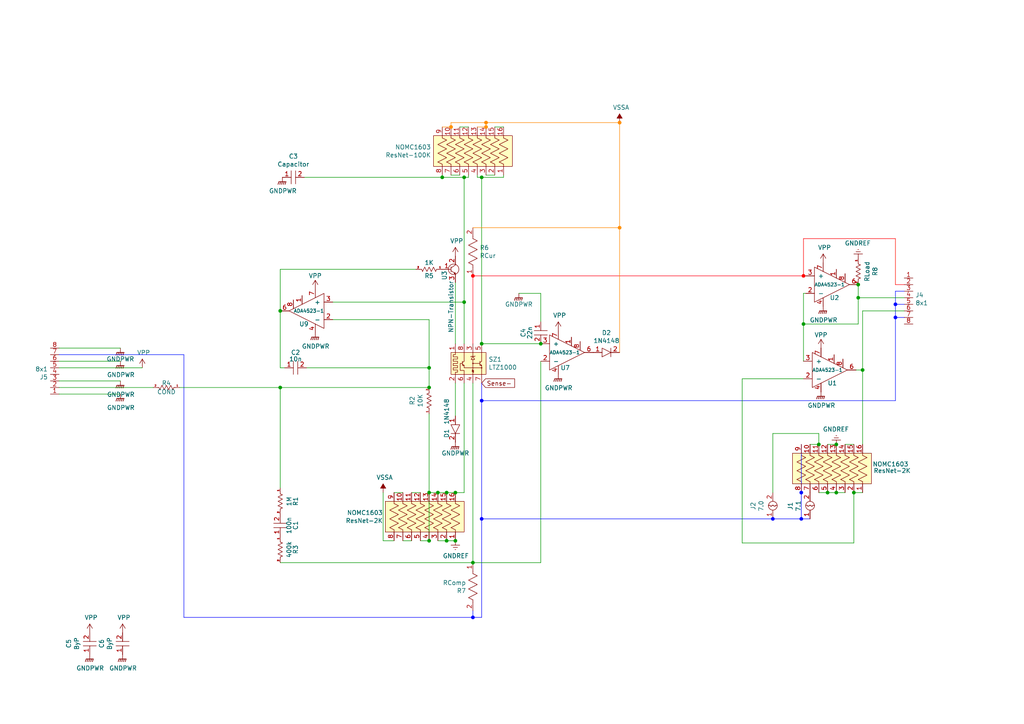
<source format=kicad_sch>
(kicad_sch (version 20211123) (generator eeschema)
  (paper "A4")
  (lib_symbols
    (symbol "CustSymbols:1N4148" (pin_names (offset 1.016))
      (property "Reference" "D" (at 0 0 0))
      (property "Value" "1N4148" (at 0 1.905 0))
      (symbol "1N4148_0_1"
        (polyline (pts (xy -1.27 -3.81) (xy -1.27 -3.556)))
        (polyline (pts (xy -1.27 -3.81) (xy 1.27 -2.54)))
        (polyline (pts (xy 1.27 -1.27) (xy 1.27 -3.81)))
        (polyline (pts (xy -1.27 -3.556) (xy -1.27 -1.27) (xy 1.27 -2.54)))
      )
      (symbol "1N4148_1_1"
        (pin input line (at -3.81 -2.54 0) (length 2.54) (name "~") (number "1"))
        (pin input line (at 3.81 -2.54 180) (length 2.54) (name "~") (number "2"))
      )
    )
    (symbol "CustSymbols:8x1" (pin_names (offset 1.016))
      (property "Reference" "J" (at -0.127 3.556 0))
      (property "Value" "8x1" (at 0 5.08 0))
      (symbol "8x1_1_1"
        (pin input line (at -3.81 0 90) (length 2.54) (name "~") (number "1"))
        (pin input line (at -1.905 0 90) (length 2.54) (name "~") (number "2"))
        (pin input line (at 0 0 90) (length 2.54) (name "~") (number "3"))
        (pin input line (at 1.905 0 90) (length 2.54) (name "~") (number "4"))
        (pin input line (at 3.81 0 90) (length 2.54) (name "~") (number "5"))
        (pin input line (at 5.715 0 90) (length 2.54) (name "~") (number "6"))
        (pin input line (at 7.62 0 90) (length 2.54) (name "~") (number "7"))
        (pin input line (at 9.525 0 90) (length 2.54) (name "~") (number "8"))
      )
    )
    (symbol "CustSymbols:ADA4523-1" (pin_names (offset 1.016))
      (property "Reference" "U" (at 1.905 -3.175 0))
      (property "Value" "ADA4523-1" (at -0.635 0 0))
      (symbol "ADA4523-1_0_1"
        (polyline (pts (xy -5.08 3.81) (xy -5.08 -3.81) (xy -5.08 -5.08) (xy 5.08 0) (xy -5.08 5.08) (xy -5.08 3.81)))
      )
      (symbol "ADA4523-1_1_1"
        (pin input line (at 1.27 4.445 270) (length 2.54) (name "~") (number "1"))
        (pin input line (at -7.62 -2.54 0) (length 2.54) (name "-") (number "2"))
        (pin input line (at -7.62 2.54 0) (length 2.54) (name "+") (number "3"))
        (pin power_in line (at -2.54 -6.35 90) (length 2.54) (name "~") (number "4"))
        (pin output line (at 7.62 0 180) (length 2.54) (name "~") (number "6"))
        (pin power_in line (at -2.54 6.35 270) (length 2.54) (name "~") (number "7"))
        (pin input line (at 3.81 3.175 270) (length 2.54) (name "~") (number "8"))
      )
    )
    (symbol "CustSymbols:Capacitor" (pin_names (offset 1.016))
      (property "Reference" "C" (at 0 3.175 0))
      (property "Value" "Capacitor" (at 0 5.08 0))
      (symbol "Capacitor_0_1"
        (rectangle (start -0.635 1.905) (end -0.635 -1.905))
        (rectangle (start 0.635 1.905) (end 0.635 -1.905))
      )
      (symbol "Capacitor_1_1"
        (pin input line (at -3.175 0 0) (length 2.54) (name "~") (number "1"))
        (pin input line (at 3.175 0 180) (length 2.54) (name "~") (number "2"))
      )
    )
    (symbol "CustSymbols:LTZ1000" (pin_names (offset 1.016))
      (property "Reference" "SZ" (at -6.35 -0.508 90))
      (property "Value" "LTZ1000" (at -8.255 -0.508 90))
      (symbol "LTZ1000_0_1"
        (rectangle (start -5.08 3.175) (end 5.08 -3.175) (fill (type background)))
        (polyline (pts (xy 0.762 2.032) (xy 0.635 1.905)))
        (polyline (pts (xy 1.778 2.032) (xy 1.905 2.159)))
        (polyline (pts (xy 3.302 -0.635) (xy 3.302 0.635)))
        (polyline (pts (xy 3.302 0) (xy 1.27 0)))
        (polyline (pts (xy 3.81 -3.175) (xy 3.81 -0.635)))
        (polyline (pts (xy 3.81 -0.635) (xy 3.302 -0.254)))
        (polyline (pts (xy 3.81 0.635) (xy 3.302 0.254)))
        (polyline (pts (xy 3.81 3.175) (xy 3.81 0.635)))
        (polyline (pts (xy -1.27 -0.635) (xy -1.27 -1.27) (xy 3.81 -1.27)))
        (polyline (pts (xy 1.27 2.032) (xy 0.762 1.143) (xy 1.778 1.143) (xy 1.27 2.032)))
        (polyline (pts (xy 1.27 3.175) (xy 1.27 2.032) (xy 0.762 2.032) (xy 1.778 2.032)))
        (polyline (pts (xy 3.81 -0.635) (xy 3.683 -0.381) (xy 3.556 -0.635) (xy 3.81 -0.635)))
        (polyline (pts (xy -1.778 0) (xy -2.413 0) (xy -2.413 -1.651) (xy -2.413 -2.032) (xy -1.27 -2.032) (xy -1.27 -3.175)))
        (polyline (pts (xy 1.27 1.143) (xy 1.27 0) (xy 1.27 -1.778) (xy 1.016 -1.905) (xy 1.524 -2.032) (xy 1.016 -2.159) (xy 1.524 -2.286) (xy 1.016 -2.413) (xy 1.524 -2.54) (xy 1.27 -2.667) (xy 1.27 -3.175)))
        (polyline (pts (xy -3.81 3.175) (xy -3.81 2.54) (xy -4.445 2.54) (xy -4.445 1.905) (xy -3.175 1.905) (xy -3.175 1.27) (xy -4.445 1.27) (xy -4.445 0.635) (xy -3.175 0.635) (xy -3.175 0) (xy -4.445 0) (xy -4.445 -0.635) (xy -3.175 -0.635) (xy -3.175 -1.27) (xy -3.81 -1.27) (xy -4.445 -1.27) (xy -4.445 -1.905) (xy -3.175 -1.905) (xy -3.175 -2.54) (xy -3.81 -2.54) (xy -3.81 -3.175)))
        (circle (center 1.27 0) (radius 0.127))
        (circle (center 3.81 -1.27) (radius 0.127))
      )
      (symbol "LTZ1000_1_1"
        (polyline (pts (xy -1.778 -0.635) (xy -1.778 0.635)))
        (polyline (pts (xy -1.27 -0.635) (xy -1.778 -0.254)))
        (polyline (pts (xy -1.27 0.635) (xy -1.778 0.254)))
        (polyline (pts (xy -1.27 3.175) (xy -1.27 0.635)))
        (polyline (pts (xy -1.27 -0.635) (xy -1.397 -0.381) (xy -1.524 -0.635) (xy -1.27 -0.635)))
        (pin input line (at -3.81 5.715 270) (length 2.54) (name "~") (number "1"))
        (pin input line (at -3.81 -5.715 90) (length 2.54) (name "~") (number "2"))
        (pin input line (at 1.27 5.715 270) (length 2.54) (name "~") (number "3"))
        (pin input line (at 1.27 -5.715 90) (length 2.54) (name "~") (number "4"))
        (pin input line (at 3.81 5.715 270) (length 2.54) (name "~") (number "5"))
        (pin input line (at -1.27 -5.715 90) (length 2.54) (name "~") (number "6"))
        (pin input line (at 3.81 -5.715 90) (length 2.54) (name "~") (number "7"))
        (pin input line (at -1.27 5.715 270) (length 2.54) (name "~") (number "8"))
      )
    )
    (symbol "CustSymbols:NOMC1603" (pin_names (offset 1.016))
      (property "Reference" "Rn" (at -15.24 0 90))
      (property "Value" "NOMC1603" (at -12.7 0 90))
      (symbol "NOMC1603_0_1"
        (rectangle (start -11.43 -4.445) (end 11.43 4.445) (fill (type background)))
        (polyline (pts (xy -10.16 -3.175) (xy -8.89 -3.81)))
        (polyline (pts (xy -8.89 -4.445) (xy -8.89 -3.81)))
        (polyline (pts (xy -8.89 4.445) (xy -8.89 3.81)))
        (polyline (pts (xy -7.62 -3.175) (xy -6.35 -3.81)))
        (polyline (pts (xy -7.62 3.175) (xy -8.89 3.81)))
        (polyline (pts (xy -6.35 -4.445) (xy -6.35 -3.81)))
        (polyline (pts (xy -6.35 4.445) (xy -6.35 3.81)))
        (polyline (pts (xy -5.08 -3.175) (xy -3.81 -3.81)))
        (polyline (pts (xy -5.08 3.175) (xy -6.35 3.81)))
        (polyline (pts (xy -3.81 -4.445) (xy -3.81 -3.81)))
        (polyline (pts (xy -3.81 4.445) (xy -3.81 3.81)))
        (polyline (pts (xy -2.54 -3.175) (xy -1.27 -3.81)))
        (polyline (pts (xy -2.54 3.175) (xy -3.81 3.81)))
        (polyline (pts (xy -1.27 -4.445) (xy -1.27 -3.81)))
        (polyline (pts (xy -1.27 4.445) (xy -1.27 3.81)))
        (polyline (pts (xy 0 -3.175) (xy 1.27 -3.81)))
        (polyline (pts (xy 0 3.175) (xy -1.27 3.81)))
        (polyline (pts (xy 1.27 -4.445) (xy 1.27 -3.81)))
        (polyline (pts (xy 1.27 4.445) (xy 1.27 3.81)))
        (polyline (pts (xy 2.54 -3.175) (xy 3.81 -3.81)))
        (polyline (pts (xy 2.54 3.175) (xy 1.27 3.81)))
        (polyline (pts (xy 3.81 -4.445) (xy 3.81 -3.81)))
        (polyline (pts (xy 3.81 4.445) (xy 3.81 3.81)))
        (polyline (pts (xy 5.08 -3.175) (xy 6.35 -3.81)))
        (polyline (pts (xy 5.08 3.175) (xy 3.81 3.81)))
        (polyline (pts (xy 6.35 -4.445) (xy 6.35 -3.81)))
        (polyline (pts (xy 6.35 4.445) (xy 6.35 3.81)))
        (polyline (pts (xy 7.62 -3.175) (xy 8.89 -3.81)))
        (polyline (pts (xy 7.62 3.175) (xy 6.35 3.81)))
        (polyline (pts (xy 8.89 -4.445) (xy 8.89 -3.81)))
        (polyline (pts (xy 8.89 4.445) (xy 8.89 3.81)))
        (polyline (pts (xy 10.16 3.175) (xy 8.89 3.81)))
        (polyline (pts (xy -7.62 3.175) (xy -10.16 1.905) (xy -7.62 0.635) (xy -10.16 -0.635) (xy -7.62 -1.905) (xy -10.16 -3.175)))
        (polyline (pts (xy -5.08 3.175) (xy -7.62 1.905) (xy -5.08 0.635) (xy -7.62 -0.635) (xy -5.08 -1.905) (xy -7.62 -3.175)))
        (polyline (pts (xy -2.54 3.175) (xy -5.08 1.905) (xy -2.54 0.635) (xy -5.08 -0.635) (xy -2.54 -1.905) (xy -5.08 -3.175)))
        (polyline (pts (xy 0 3.175) (xy -2.54 1.905) (xy 0 0.635) (xy -2.54 -0.635) (xy 0 -1.905) (xy -2.54 -3.175)))
        (polyline (pts (xy 2.54 3.175) (xy 0 1.905) (xy 2.54 0.635) (xy 0 -0.635) (xy 2.54 -1.905) (xy 0 -3.175)))
        (polyline (pts (xy 5.08 3.175) (xy 2.54 1.905) (xy 5.08 0.635) (xy 2.54 -0.635) (xy 5.08 -1.905) (xy 2.54 -3.175)))
        (polyline (pts (xy 7.62 3.175) (xy 5.08 1.905) (xy 7.62 0.635) (xy 5.08 -0.635) (xy 7.62 -1.905) (xy 5.08 -3.175)))
        (polyline (pts (xy 10.16 3.175) (xy 7.62 1.905) (xy 10.16 0.635) (xy 7.62 -0.635) (xy 10.16 -1.905) (xy 7.62 -3.175)))
      )
      (symbol "NOMC1603_1_1"
        (pin passive line (at -8.89 6.985 270) (length 2.54) (name "~") (number "1"))
        (pin passive line (at 6.35 -6.985 90) (length 2.54) (name "~") (number "10"))
        (pin passive line (at 3.81 -6.985 90) (length 2.54) (name "~") (number "11"))
        (pin passive line (at 1.27 -6.985 90) (length 2.54) (name "~") (number "12"))
        (pin passive line (at -1.27 -6.985 90) (length 2.54) (name "~") (number "13"))
        (pin passive line (at -3.81 -6.985 90) (length 2.54) (name "~") (number "14"))
        (pin passive line (at -6.35 -6.985 90) (length 2.54) (name "~") (number "15"))
        (pin passive line (at -8.89 -6.985 90) (length 2.54) (name "~") (number "16"))
        (pin passive line (at -6.35 6.985 270) (length 2.54) (name "~") (number "2"))
        (pin passive line (at -3.81 6.985 270) (length 2.54) (name "~") (number "3"))
        (pin passive line (at -1.27 6.985 270) (length 2.54) (name "~") (number "4"))
        (pin passive line (at 1.27 6.985 270) (length 2.54) (name "~") (number "5"))
        (pin passive line (at 3.81 6.985 270) (length 2.54) (name "~") (number "6"))
        (pin passive line (at 6.35 6.985 270) (length 2.54) (name "~") (number "7"))
        (pin passive line (at 8.89 6.985 270) (length 2.54) (name "~") (number "8"))
        (pin passive line (at 8.89 -6.985 90) (length 2.54) (name "~") (number "9"))
      )
    )
    (symbol "CustSymbols:NPN-Transistor" (pin_names (offset 1.016))
      (property "Reference" "U" (at 0 0 0))
      (property "Value" "NPN-Transistor" (at 0.127 1.524 0))
      (symbol "NPN-Transistor_0_1"
        (circle (center 0 -3.302) (radius 1.524))
        (polyline (pts (xy -1.27 -3.81) (xy -0.381 -2.54)))
        (polyline (pts (xy -0.762 -2.54) (xy 0.762 -2.54)))
        (polyline (pts (xy 1.27 -3.81) (xy 0.381 -2.54)))
        (polyline (pts (xy 1.27 -3.81) (xy 0.889 -3.683) (xy 1.27 -3.429) (xy 1.27 -3.81)))
      )
      (symbol "NPN-Transistor_1_1"
        (pin input line (at 0 0 270) (length 2.54) (name "~") (number "1"))
        (pin input line (at -3.81 -3.81 0) (length 2.54) (name "~") (number "2"))
        (pin input line (at 3.81 -3.81 180) (length 2.54) (name "~") (number "3"))
      )
    )
    (symbol "CustSymbols:PrecRes" (pin_names (offset 1.016))
      (property "Reference" "R" (at 0 2.54 0))
      (property "Value" "PrecRes" (at 0 4.445 0))
      (symbol "PrecRes_1_1"
        (polyline (pts (xy -4.445 0) (xy -3.81 0)))
        (polyline (pts (xy -3.175 1.27) (xy -3.81 0)))
        (polyline (pts (xy 3.175 -1.27) (xy 3.81 0)))
        (polyline (pts (xy 4.445 0) (xy 3.81 0)))
        (polyline (pts (xy -3.175 1.27) (xy -1.905 -1.27) (xy -0.635 1.27) (xy 0.635 -1.27) (xy 1.905 1.27) (xy 3.175 -1.27)))
        (pin passive line (at -6.985 0 0) (length 2.54) (name "~") (number "1"))
        (pin passive line (at 6.985 0 180) (length 2.54) (name "~") (number "2"))
      )
    )
    (symbol "CustSymbols:RES" (pin_names (offset 1.016))
      (property "Reference" "R" (at 0 2.54 0))
      (property "Value" "RES" (at 0 4.445 0))
      (symbol "RES_0_1"
        (polyline (pts (xy -2.54 0) (xy -2.159 0)))
        (polyline (pts (xy -1.905 0.635) (xy -2.159 0)))
        (polyline (pts (xy 1.27 -0.635) (xy 1.905 0.635)))
        (polyline (pts (xy 1.905 0.635) (xy 2.159 0)))
        (polyline (pts (xy 2.54 0) (xy 2.159 0)))
        (polyline (pts (xy -0.635 0.635) (xy -1.27 -0.635) (xy -1.905 0.635)))
        (polyline (pts (xy -0.635 0.635) (xy 0 -0.635) (xy 0.635 0.635) (xy 1.27 -0.635)))
      )
      (symbol "RES_1_1"
        (pin passive line (at -3.81 0 0) (length 1.27) (name "~") (number "1"))
        (pin passive line (at 3.81 0 180) (length 1.27) (name "~") (number "2"))
      )
    )
    (symbol "CustSymbols:SolderJumper" (pin_names (offset 1.016))
      (property "Reference" "J" (at 0.254 0.889 0))
      (property "Value" "SolderJumper" (at -0.127 2.286 0))
      (symbol "SolderJumper_0_1"
        (arc (start 0 -2.54) (mid 1.27 -1.27) (end 0 0))
        (arc (start 0 -1.524) (mid 0.157 -1.27) (end 0 -1.016))
      )
      (symbol "SolderJumper_1_1"
        (arc (start 0 -2.54) (mid 0.157 -2.286) (end 0 -2.032))
        (arc (start 0 -2.54) (mid 0.157 -2.286) (end 0 -2.032))
        (arc (start 0 -1.524) (mid -0.157 -1.778) (end 0 -2.032))
        (arc (start 0 -1.524) (mid -0.157 -1.778) (end 0 -2.032))
        (arc (start 0 -1.524) (mid 0.157 -1.27) (end 0 -1.016))
        (arc (start 0 -0.508) (mid -0.157 -0.762) (end 0 -1.016))
        (arc (start 0 -0.508) (mid -0.157 -0.762) (end 0 -1.016))
        (arc (start 0 -0.508) (mid 0.157 -0.254) (end 0 0))
        (arc (start 0 -0.508) (mid 0.157 -0.254) (end 0 0))
        (arc (start 0 0) (mid -1.27 -1.27) (end 0 -2.54))
        (pin input line (at -3.81 -1.27 0) (length 2.54) (name "~") (number "1"))
        (pin input line (at 3.81 -1.27 180) (length 2.54) (name "~") (number "2"))
      )
    )
    (symbol "power:GNDPWR" (power) (pin_names (offset 0))
      (property "Value" "GNDPWR" (at 0 -3.302 0))
      (symbol "GNDPWR_0_1"
        (polyline (pts (xy 0 -1.27) (xy 0 0)))
        (polyline (pts (xy -1.016 -1.27) (xy -1.27 -2.032) (xy -1.27 -2.032)) (stroke (width 0.2032)))
        (polyline (pts (xy -0.508 -1.27) (xy -0.762 -2.032) (xy -0.762 -2.032)) (stroke (width 0.2032)))
        (polyline (pts (xy 0 -1.27) (xy -0.254 -2.032) (xy -0.254 -2.032)) (stroke (width 0.2032)))
        (polyline (pts (xy 0.508 -1.27) (xy 0.254 -2.032) (xy 0.254 -2.032)) (stroke (width 0.2032)))
        (polyline (pts (xy 1.016 -1.27) (xy -1.016 -1.27) (xy -1.016 -1.27)) (stroke (width 0.2032)))
        (polyline (pts (xy 1.016 -1.27) (xy 0.762 -2.032) (xy 0.762 -2.032) (xy 0.762 -2.032)) (stroke (width 0.2032)))
      )
      (symbol "GNDPWR_1_1"
        (pin power_in line (at 0 0 270) (length 0) hide (name "GNDPWR") (number "1"))
      )
    )
    (symbol "power:GNDREF" (power) (pin_names (offset 0))
      (property "Value" "GNDREF" (at 0 -3.81 0))
      (symbol "GNDREF_0_1"
        (polyline (pts (xy -0.635 -1.905) (xy 0.635 -1.905)))
        (polyline (pts (xy -0.127 -2.54) (xy 0.127 -2.54)))
        (polyline (pts (xy 0 -1.27) (xy 0 0)))
        (polyline (pts (xy 1.27 -1.27) (xy -1.27 -1.27)))
      )
      (symbol "GNDREF_1_1"
        (pin power_in line (at 0 0 270) (length 0) hide (name "GNDREF") (number "1"))
      )
    )
    (symbol "power:VPP" (power) (pin_names (offset 0))
      (property "Value" "VPP" (at 0 3.81 0))
      (symbol "VPP_0_1"
        (polyline (pts (xy -0.762 1.27) (xy 0 2.54)))
        (polyline (pts (xy 0 0) (xy 0 2.54)))
        (polyline (pts (xy 0 2.54) (xy 0.762 1.27)))
      )
      (symbol "VPP_1_1"
        (pin power_in line (at 0 0 90) (length 0) hide (name "VPP") (number "1"))
      )
    )
    (symbol "power:VSSA" (power) (pin_names (offset 0))
      (property "Value" "VSSA" (at 0 3.81 0))
      (symbol "VSSA_0_1"
        (polyline (pts (xy 0 0) (xy 0 2.54)))
        (polyline (pts (xy 0.762 1.27) (xy -0.762 1.27) (xy 0 2.54) (xy 0.762 1.27)) (fill (type outline)))
      )
      (symbol "VSSA_1_1"
        (pin power_in line (at 0 0 90) (length 0) hide (name "VSSA") (number "1"))
      )
    )
  )
  (junction (at 137.16 80.01) (color 255 0 6 1))
  (junction (at 179.705 35.56) (color 255 135 0 1))
  (junction (at 132.08 156.845))
  (junction (at 134.62 51.435))
  (junction (at 124.46 106.68))
  (junction (at 128.27 51.435))
  (junction (at 179.705 66.04) (color 255 135 0 1))
  (junction (at 139.7 99.695))
  (junction (at 140.97 36.83) (color 255 135 0 1))
  (junction (at 127 142.875))
  (junction (at 139.7 150.495) (color 2 0 255 1))
  (junction (at 81.28 112.395))
  (junction (at 124.46 156.845))
  (junction (at 124.46 142.875))
  (junction (at 242.57 142.875))
  (junction (at 140.97 35.56) (color 255 135 0 1))
  (junction (at 124.46 112.395))
  (junction (at 232.41 150.495) (color 0 7 255 1))
  (junction (at 242.57 128.905))
  (junction (at 129.54 142.875))
  (junction (at 130.81 36.83) (color 255 135 0 1))
  (junction (at 137.16 163.195))
  (junction (at 233.045 80.01) (color 255 2 0 1))
  (junction (at 250.19 107.315))
  (junction (at 137.16 179.07) (color 0 3 255 1))
  (junction (at 248.92 82.55))
  (junction (at 81.28 90.17))
  (junction (at 259.715 88.265) (color 0 4 255 1))
  (junction (at 129.54 156.845))
  (junction (at 224.155 150.495) (color 0 1 255 1))
  (junction (at 248.92 86.36))
  (junction (at 132.08 142.875))
  (junction (at 247.65 142.875))
  (junction (at 139.7 116.205) (color 0 1 255 1))
  (junction (at 237.49 128.905))
  (junction (at 139.7 51.435))
  (junction (at 134.62 87.63))
  (junction (at 259.715 92.075) (color 0 2 255 1))
  (junction (at 156.845 99.695))
  (junction (at 240.03 142.875))
  (junction (at 233.045 93.98))
  (junction (at 232.41 142.875) (color 0 11 255 1))
  (wire (pts (xy 156.845 163.195) (xy 137.16 163.195)))
  (wire (pts (xy 53.34 102.87) (xy 17.145 102.87)) (stroke (width 0) (color 0 18 255 1)))
  (wire (pts (xy 129.54 156.845) (xy 127 156.845)))
  (wire (pts (xy 53.34 179.07) (xy 137.16 179.07)) (stroke (width 0) (color 3 0 255 1)))
  (wire (pts (xy 259.715 92.075) (xy 259.715 88.265)) (stroke (width 0) (color 0 5 255 1)))
  (wire (pts (xy 262.255 86.36) (xy 248.92 86.36)))
  (wire (pts (xy 146.05 36.83) (xy 143.51 36.83)))
  (wire (pts (xy 233.045 93.98) (xy 248.92 93.98)))
  (wire (pts (xy 130.81 35.56) (xy 140.97 35.56)) (stroke (width 0) (color 255 135 0 1)))
  (wire (pts (xy 111.125 142.875) (xy 111.125 156.845)))
  (wire (pts (xy 179.705 66.04) (xy 179.705 102.235)) (stroke (width 0) (color 255 135 0 1)))
  (wire (pts (xy 88.9 106.68) (xy 124.46 106.68)))
  (wire (pts (xy 114.3 142.875) (xy 116.84 142.875)))
  (wire (pts (xy 135.89 51.435) (xy 134.62 51.435)))
  (wire (pts (xy 233.045 93.98) (xy 233.045 104.775)))
  (wire (pts (xy 139.7 99.695) (xy 156.845 99.695)))
  (wire (pts (xy 137.16 66.04) (xy 179.705 66.04)) (stroke (width 0) (color 255 135 0 1)))
  (wire (pts (xy 81.28 163.195) (xy 137.16 163.195)))
  (wire (pts (xy 34.925 114.3) (xy 17.145 114.3)))
  (wire (pts (xy 140.97 36.83) (xy 138.43 36.83)) (stroke (width 0) (color 255 135 0 1)))
  (wire (pts (xy 137.16 80.01) (xy 233.045 80.01)) (stroke (width 0) (color 255 0 20 1)))
  (wire (pts (xy 34.925 104.775) (xy 17.145 104.775)))
  (wire (pts (xy 81.28 78.105) (xy 120.65 78.105)))
  (wire (pts (xy 96.52 87.63) (xy 134.62 87.63)))
  (wire (pts (xy 259.715 69.215) (xy 259.715 82.55)) (stroke (width 0) (color 255 15 0 1)))
  (wire (pts (xy 124.46 92.71) (xy 124.46 106.68)))
  (wire (pts (xy 137.16 177.165) (xy 137.16 179.07)) (stroke (width 0) (color 0 12 255 1)))
  (wire (pts (xy 259.715 88.265) (xy 259.715 84.455)) (stroke (width 0) (color 0 9 255 1)))
  (wire (pts (xy 146.05 51.435) (xy 146.05 50.8)))
  (wire (pts (xy 134.62 87.63) (xy 134.62 99.695)))
  (wire (pts (xy 96.52 92.71) (xy 124.46 92.71)))
  (wire (pts (xy 224.155 125.73) (xy 237.49 125.73)))
  (wire (pts (xy 245.11 128.905) (xy 247.65 128.905)))
  (wire (pts (xy 139.7 116.205) (xy 139.7 111.125)) (stroke (width 0) (color 0 0 255 1)))
  (wire (pts (xy 139.7 51.435) (xy 146.05 51.435)))
  (wire (pts (xy 150.495 85.09) (xy 156.845 85.09)))
  (wire (pts (xy 259.715 92.075) (xy 262.255 92.075)) (stroke (width 0) (color 0 0 255 1)))
  (wire (pts (xy 245.11 142.875) (xy 242.57 142.875)))
  (wire (pts (xy 248.92 93.98) (xy 248.92 86.36)))
  (wire (pts (xy 139.7 150.495) (xy 224.155 150.495)) (stroke (width 0) (color 0 10 255 1)))
  (wire (pts (xy 137.16 80.01) (xy 137.16 99.695)) (stroke (width 0) (color 255 13 32 1)))
  (wire (pts (xy 156.845 104.775) (xy 156.845 163.195)))
  (wire (pts (xy 259.715 116.205) (xy 259.715 92.075)) (stroke (width 0) (color 0 11 255 1)))
  (wire (pts (xy 138.43 51.435) (xy 139.7 51.435)))
  (wire (pts (xy 52.07 112.395) (xy 81.28 112.395)))
  (wire (pts (xy 137.16 179.07) (xy 139.7 179.07)) (stroke (width 0) (color 0 1 255 1)))
  (wire (pts (xy 127 142.875) (xy 124.46 142.875)))
  (wire (pts (xy 242.57 142.875) (xy 240.03 142.875)))
  (wire (pts (xy 262.255 90.17) (xy 250.19 90.17)))
  (wire (pts (xy 140.97 36.83) (xy 140.97 35.56)) (stroke (width 0) (color 255 135 0 1)))
  (wire (pts (xy 237.49 128.905) (xy 234.95 128.905)))
  (wire (pts (xy 232.41 142.875) (xy 232.41 128.905)) (stroke (width 0) (color 2 0 255 1)))
  (wire (pts (xy 233.045 80.01) (xy 233.045 69.215)) (stroke (width 0) (color 255 0 0 1)))
  (wire (pts (xy 156.845 85.09) (xy 156.845 93.345)))
  (wire (pts (xy 119.38 142.875) (xy 121.92 142.875)))
  (wire (pts (xy 247.65 142.875) (xy 250.19 142.875)))
  (wire (pts (xy 137.16 111.125) (xy 137.16 163.195)))
  (wire (pts (xy 233.045 69.215) (xy 259.715 69.215)) (stroke (width 0) (color 255 0 6 1)))
  (wire (pts (xy 248.285 107.315) (xy 250.19 107.315)))
  (wire (pts (xy 139.7 179.07) (xy 139.7 150.495)) (stroke (width 0) (color 0 0 255 1)))
  (wire (pts (xy 88.265 51.435) (xy 128.27 51.435)))
  (wire (pts (xy 132.08 156.845) (xy 129.54 156.845)))
  (wire (pts (xy 81.28 112.395) (xy 124.46 112.395)))
  (wire (pts (xy 121.92 156.845) (xy 124.46 156.845)))
  (wire (pts (xy 259.715 88.265) (xy 262.255 88.265)) (stroke (width 0) (color 0 4 255 1)))
  (wire (pts (xy 128.27 51.435) (xy 128.27 50.8)))
  (wire (pts (xy 224.155 150.495) (xy 232.41 150.495)) (stroke (width 0) (color 0 3 255 1)))
  (wire (pts (xy 233.045 85.09) (xy 233.045 93.98)))
  (wire (pts (xy 140.97 35.56) (xy 179.705 35.56)) (stroke (width 0) (color 255 135 0 1)))
  (wire (pts (xy 81.28 141.605) (xy 81.28 112.395)))
  (wire (pts (xy 259.715 84.455) (xy 262.255 84.455)) (stroke (width 0) (color 0 0 255 1)))
  (wire (pts (xy 133.35 50.8) (xy 130.81 50.8)))
  (wire (pts (xy 116.84 156.845) (xy 119.38 156.845)))
  (wire (pts (xy 233.045 80.01) (xy 233.68 80.01)) (stroke (width 0) (color 255 0 20 1)))
  (wire (pts (xy 215.265 157.48) (xy 247.65 157.48)))
  (wire (pts (xy 233.045 109.855) (xy 215.265 109.855)))
  (wire (pts (xy 135.89 36.83) (xy 133.35 36.83)))
  (wire (pts (xy 134.62 51.435) (xy 134.62 87.63)))
  (wire (pts (xy 247.65 157.48) (xy 247.65 142.875)))
  (wire (pts (xy 250.19 90.17) (xy 250.19 107.315)))
  (wire (pts (xy 232.41 142.875) (xy 232.41 150.495)) (stroke (width 0) (color 0 7 255 1)))
  (wire (pts (xy 132.08 120.65) (xy 132.08 111.125)))
  (wire (pts (xy 130.81 36.83) (xy 128.27 36.83)) (stroke (width 0) (color 255 135 0 1)))
  (wire (pts (xy 215.265 109.855) (xy 215.265 157.48)))
  (wire (pts (xy 179.705 35.56) (xy 179.705 66.04)) (stroke (width 0) (color 255 135 0 1)))
  (wire (pts (xy 139.7 116.205) (xy 259.715 116.205)) (stroke (width 0) (color 0 8 255 1)))
  (wire (pts (xy 82.55 106.68) (xy 81.28 106.68)))
  (wire (pts (xy 234.95 150.495) (xy 232.41 150.495)) (stroke (width 0) (color 0 4 255 1)))
  (wire (pts (xy 127 142.875) (xy 129.54 142.875)))
  (wire (pts (xy 34.925 100.965) (xy 17.145 100.965)))
  (wire (pts (xy 81.28 90.17) (xy 81.28 106.68)))
  (wire (pts (xy 248.92 86.36) (xy 248.92 82.55)))
  (wire (pts (xy 139.7 150.495) (xy 139.7 116.205)) (stroke (width 0) (color 0 0 255 1)))
  (wire (pts (xy 135.89 51.435) (xy 135.89 50.8)))
  (wire (pts (xy 81.28 78.105) (xy 81.28 90.17)))
  (wire (pts (xy 44.45 112.395) (xy 17.145 112.395)))
  (wire (pts (xy 53.34 102.87) (xy 53.34 179.07)) (stroke (width 0) (color 0 7 255 1)))
  (wire (pts (xy 124.46 142.875) (xy 124.46 120.015)))
  (wire (pts (xy 224.155 142.875) (xy 224.155 125.73)))
  (wire (pts (xy 134.62 111.125) (xy 134.62 142.875)))
  (wire (pts (xy 140.97 50.8) (xy 143.51 50.8)))
  (wire (pts (xy 237.49 125.73) (xy 237.49 128.905)))
  (wire (pts (xy 132.08 81.915) (xy 132.08 99.695)))
  (wire (pts (xy 233.045 85.09) (xy 233.68 85.09)))
  (wire (pts (xy 259.715 82.55) (xy 262.255 82.55)) (stroke (width 0) (color 255 0 11 1)))
  (wire (pts (xy 41.275 106.68) (xy 17.145 106.68)))
  (wire (pts (xy 129.54 142.875) (xy 132.08 142.875)))
  (wire (pts (xy 240.03 128.905) (xy 242.57 128.905)))
  (wire (pts (xy 124.46 156.845) (xy 124.46 142.875)))
  (wire (pts (xy 34.925 110.49) (xy 17.145 110.49)))
  (wire (pts (xy 111.125 156.845) (xy 114.3 156.845)))
  (wire (pts (xy 134.62 142.875) (xy 132.08 142.875)))
  (wire (pts (xy 130.81 36.83) (xy 130.81 35.56)) (stroke (width 0) (color 255 135 0 1)))
  (wire (pts (xy 124.46 106.68) (xy 124.46 112.395)))
  (wire (pts (xy 138.43 51.435) (xy 138.43 50.8)))
  (wire (pts (xy 134.62 51.435) (xy 128.27 51.435)))
  (wire (pts (xy 139.7 51.435) (xy 139.7 99.695)))
  (wire (pts (xy 240.03 142.875) (xy 237.49 142.875)))
  (wire (pts (xy 250.19 107.315) (xy 250.19 128.905)))
  (global_label "Sense-" (shape input) (at 139.7 111.125 0) (property "Intersheet References" "${INTERSHEET_REFS}" (effects hide)))
  (symbol (lib_id "CustSymbols:LTZ1000") (at 135.89 105.41 0) (unit 1)
    (property "Reference" "SZ1" (at 141.6812 104.2416 0) (effects (justify left)))
    (property "Value" "LTZ1000" (at 141.6812 106.553 0) (effects (justify left)))
    (property "Footprint" "CustFootprints:TO5-8 Correct" (effects hide))
  )
  (symbol (lib_id "CustSymbols:NOMC1603") (at 137.16 43.815 180) (unit 1)
    (property "Reference" "ResNet-100K" (at 125.0188 44.9834 0) (effects (justify left)))
    (property "Value" "NOMC1603" (at 125.0188 42.672 0) (effects (justify left)))
    (property "Footprint" "CustFootprints:SOIC-16" (effects hide))
  )
  (symbol (lib_id "CustSymbols:NOMC1603") (at 123.19 149.86 180) (unit 1)
    (property "Reference" "ResNet-2K" (at 111.0488 151.0284 0) (effects (justify left)))
    (property "Value" "NOMC1603" (at 111.0488 148.717 0) (effects (justify left)))
    (property "Footprint" "CustFootprints:SOIC-16" (effects hide))
  )
  (symbol (lib_id "CustSymbols:ADA4523-1") (at 88.9 90.17 0) (mirror y) (unit 1)
    (property "Reference" "U9" (at 89.535 93.98 0) (effects (justify left)))
    (property "Value" "ADA4523-1" (at 93.98 90.17 0) (effects (font (size 0.9906 0.9906)) (justify left)))
    (property "Footprint" "CustFootprints:SOIC-8" (effects hide))
  )
  (symbol (lib_id "CustSymbols:PrecRes") (at 137.16 73.025 90) (unit 1)
    (property "Reference" "R6" (at 139.1412 71.8566 90) (effects (justify right)))
    (property "Value" "RCur" (at 139.1412 74.168 90) (effects (justify right)))
    (property "Footprint" "CustFootprints:PrecRes" (effects hide))
  )
  (symbol (lib_id "CustSymbols:PrecRes") (at 137.16 170.18 270) (unit 1)
    (property "Reference" "R7" (at 135.1788 171.3484 90) (effects (justify right)))
    (property "Value" "RComp" (at 135.1788 169.037 90) (effects (justify right)))
    (property "Footprint" "CustFootprints:PrecRes" (effects hide))
  )
  (symbol (lib_id "power:VSSA") (at 111.125 142.875 0) (unit 1)
    (property "Reference" "#PWR0114" (effects hide))
    (property "Value" "VSSA" (at 111.5568 138.4808 0))
  )
  (symbol (lib_id "CustSymbols:ADA4523-1") (at 240.665 107.315 0) (unit 1)
    (property "Reference" "U1" (at 240.03 111.125 0) (effects (justify left)))
    (property "Value" "ADA4523-1" (at 235.585 107.315 0) (effects (font (size 0.9906 0.9906)) (justify left)))
    (property "Footprint" "CustFootprints:SOIC-8" (effects hide))
  )
  (symbol (lib_id "CustSymbols:NOMC1603") (at 241.3 135.89 180) (unit 1)
    (property "Reference" "ResNet-2K" (at 264.16 136.525 0) (effects (justify left)))
    (property "Value" "NOMC1603" (at 263.525 134.62 0) (effects (justify left)))
    (property "Footprint" "CustFootprints:SOIC-16" (effects hide))
  )
  (symbol (lib_id "power:GNDREF") (at 132.08 156.845 0) (unit 1)
    (property "Reference" "#PWR0118" (effects hide))
    (property "Value" "GNDREF" (at 132.207 161.2392 0))
  )
  (symbol (lib_id "CustSymbols:ADA4523-1") (at 164.465 102.235 0) (unit 1)
    (property "Reference" "U7" (at 162.56 106.68 0) (effects (justify left)))
    (property "Value" "ADA4523-1" (at 159.385 102.235 0) (effects (font (size 0.9906 0.9906)) (justify left)))
    (property "Footprint" "CustFootprints:SOIC-8" (effects hide))
  )
  (symbol (lib_id "CustSymbols:ADA4523-1") (at 241.3 82.55 0) (unit 1)
    (property "Reference" "U2" (at 240.665 86.36 0) (effects (justify left)))
    (property "Value" "ADA4523-1" (at 236.22 82.55 0) (effects (font (size 0.9906 0.9906)) (justify left)))
    (property "Footprint" "CustFootprints:SOIC-8" (effects hide))
  )
  (symbol (lib_id "CustSymbols:8x1") (at 17.145 110.49 90) (unit 1)
    (property "Reference" "J5" (at 13.8938 109.3724 90) (effects (justify left)))
    (property "Value" "8x1" (at 13.8938 107.061 90) (effects (justify left)))
    (property "Footprint" "CustFootprints:5x1" (effects hide))
  )
  (symbol (lib_id "power:GNDPWR") (at 34.925 100.965 0) (unit 1)
    (property "Reference" "#PWR0121" (effects hide))
    (property "Value" "GNDPWR" (at 34.925 104.14 0))
  )
  (symbol (lib_id "power:GNDPWR") (at 34.925 104.775 0) (unit 1)
    (property "Reference" "#PWR0122" (effects hide))
    (property "Value" "GNDPWR" (at 35.052 108.712 0))
  )
  (symbol (lib_id "power:VPP") (at 41.275 106.68 0) (unit 1)
    (property "Reference" "#PWR0124" (effects hide))
    (property "Value" "VPP" (at 41.656 102.2858 0))
  )
  (symbol (lib_id "power:GNDPWR") (at 34.925 110.49 0) (unit 1)
    (property "Reference" "#PWR0125" (effects hide))
    (property "Value" "GNDPWR" (at 35.052 114.427 0))
  )
  (symbol (lib_id "power:GNDPWR") (at 34.925 114.3 0) (unit 1)
    (property "Reference" "#PWR0126" (effects hide))
    (property "Value" "GNDPWR" (at 35.052 118.237 0))
  )
  (symbol (lib_id "power:GNDREF") (at 242.57 128.905 180) (unit 1)
    (property "Reference" "#PWR0103" (effects hide))
    (property "Value" "GNDREF" (at 242.443 124.5108 0))
  )
  (symbol (lib_id "CustSymbols:SolderJumper") (at 222.885 146.685 90) (unit 1)
    (property "Reference" "J2" (at 218.44 146.7612 0))
    (property "Value" "7.0" (at 220.7514 146.7612 0))
    (property "Footprint" "CustFootprints:SolderJumper" (effects hide))
  )
  (symbol (lib_id "CustSymbols:RES") (at 48.26 112.395 180) (unit 1)
    (property "Reference" "R4" (at 48.26 111.125 0))
    (property "Value" "COND" (at 48.26 113.665 0))
    (property "Footprint" "CustFootprints:1206" (effects hide))
  )
  (symbol (lib_id "CustSymbols:1N4148") (at 175.895 99.695 0) (unit 1)
    (property "Reference" "D2" (at 175.895 96.52 0))
    (property "Value" "1N4148" (at 175.895 98.8314 0))
    (property "Footprint" "CustFootprints:1N4148" (effects hide))
  )
  (symbol (lib_id "CustSymbols:1N4148") (at 134.62 124.46 270) (unit 1)
    (property "Reference" "D1" (at 129.54 125.73 0))
    (property "Value" "1N4148" (at 129.54 119.38 0))
    (property "Footprint" "CustFootprints:1N4148" (effects hide))
  )
  (symbol (lib_id "power:GNDPWR") (at 132.08 128.27 0) (unit 1)
    (property "Reference" "#PWR0127" (effects hide))
    (property "Value" "GNDPWR" (at 132.08 131.445 0))
  )
  (symbol (lib_id "power:VSSA") (at 179.705 35.56 0) (unit 1)
    (property "Reference" "#PWR0128" (effects hide))
    (property "Value" "VSSA" (at 180.1368 31.1658 0))
  )
  (symbol (lib_id "CustSymbols:RES") (at 124.46 116.205 90) (unit 1)
    (property "Reference" "R2" (at 119.5832 116.205 0))
    (property "Value" "10K" (at 121.8946 116.205 0))
    (property "Footprint" "CustFootprints:1206" (effects hide))
  )
  (symbol (lib_id "CustSymbols:RES") (at 81.28 145.415 270) (unit 1)
    (property "Reference" "R1" (at 85.725 145.415 0))
    (property "Value" "1M" (at 83.8454 145.415 0))
    (property "Footprint" "CustFootprints:1206" (effects hide))
  )
  (symbol (lib_id "CustSymbols:NPN-Transistor") (at 128.27 78.105 90) (mirror x) (unit 1)
    (property "Reference" "U3" (at 128.905 81.28 0) (effects (justify right)))
    (property "Value" "NPN-Transistor" (at 130.81 96.52 0) (effects (justify right)))
    (property "Footprint" "CustFootprints:PZT3904" (effects hide))
  )
  (symbol (lib_id "power:VPP") (at 132.08 74.295 0) (unit 1)
    (property "Reference" "#PWR0129" (effects hide))
    (property "Value" "VPP" (at 132.461 69.9008 0))
  )
  (symbol (lib_id "CustSymbols:RES") (at 124.46 78.105 180) (unit 1)
    (property "Reference" "R5" (at 124.46 80.01 0))
    (property "Value" "1K" (at 124.46 76.2 0))
    (property "Footprint" "CustFootprints:1206" (effects hide))
  )
  (symbol (lib_id "CustSymbols:Capacitor") (at 81.28 152.4 90) (unit 1)
    (property "Reference" "C1" (at 85.725 152.4 0))
    (property "Value" "100n" (at 83.82 152.4 0))
    (property "Footprint" "CustFootprints:1210" (effects hide))
  )
  (symbol (lib_id "CustSymbols:RES") (at 81.28 159.385 270) (unit 1)
    (property "Reference" "R3" (at 85.725 159.385 0))
    (property "Value" "400k" (at 83.8454 159.385 0))
    (property "Footprint" "CustFootprints:1206" (effects hide))
  )
  (symbol (lib_id "CustSymbols:Capacitor") (at 85.725 106.68 0) (unit 1)
    (property "Reference" "C2" (at 85.725 102.235 0))
    (property "Value" "10n" (at 85.725 104.14 0))
    (property "Footprint" "CustFootprints:1210" (effects hide))
  )
  (symbol (lib_id "CustSymbols:Capacitor") (at 85.09 51.435 0) (unit 1)
    (property "Reference" "C3" (at 85.09 45.339 0))
    (property "Value" "Capacitor" (at 85.09 47.6504 0))
    (property "Footprint" "CustFootprints:1210" (effects hide))
  )
  (symbol (lib_id "CustSymbols:Capacitor") (at 156.845 96.52 270) (unit 1)
    (property "Reference" "C4" (at 151.765 96.52 0))
    (property "Value" "22n" (at 153.67 96.52 0))
    (property "Footprint" "CustFootprints:1210" (effects hide))
  )
  (symbol (lib_id "power:GNDPWR") (at 150.495 85.09 0) (unit 1)
    (property "Reference" "#PWR0104" (effects hide))
    (property "Value" "GNDPWR" (at 150.495 88.265 0))
  )
  (symbol (lib_id "power:GNDPWR") (at 81.915 51.435 0) (unit 1)
    (property "Reference" "#PWR0105" (effects hide))
    (property "Value" "GNDPWR" (at 82.042 55.372 0))
  )
  (symbol (lib_id "power:GNDPWR") (at 161.925 108.585 0) (unit 1)
    (property "Reference" "#PWR0106" (effects hide))
    (property "Value" "GNDPWR" (at 162.052 112.522 0))
  )
  (symbol (lib_id "power:GNDPWR") (at 238.125 113.665 0) (unit 1)
    (property "Reference" "#PWR0107" (effects hide))
    (property "Value" "GNDPWR" (at 238.252 117.602 0))
  )
  (symbol (lib_id "power:GNDPWR") (at 238.76 88.9 0) (unit 1)
    (property "Reference" "#PWR0108" (effects hide))
    (property "Value" "GNDPWR" (at 238.887 92.837 0))
  )
  (symbol (lib_id "power:GNDPWR") (at 91.44 96.52 0) (unit 1)
    (property "Reference" "#PWR0109" (effects hide))
    (property "Value" "GNDPWR" (at 91.567 100.457 0))
  )
  (symbol (lib_id "power:VPP") (at 238.76 76.2 0) (unit 1)
    (property "Reference" "#PWR0110" (effects hide))
    (property "Value" "VPP" (at 239.141 71.8058 0))
  )
  (symbol (lib_id "power:VPP") (at 238.125 100.965 0) (unit 1)
    (property "Reference" "#PWR0111" (effects hide))
    (property "Value" "VPP" (at 238.125 97.155 0))
  )
  (symbol (lib_id "power:VPP") (at 161.925 95.885 0) (unit 1)
    (property "Reference" "#PWR0112" (effects hide))
    (property "Value" "VPP" (at 162.306 91.4908 0))
  )
  (symbol (lib_id "power:VPP") (at 91.44 83.82 0) (unit 1)
    (property "Reference" "#PWR0120" (effects hide))
    (property "Value" "VPP" (at 91.44 80.01 0))
  )
  (symbol (lib_id "CustSymbols:8x1") (at 262.255 84.455 270) (unit 1)
    (property "Reference" "J4" (at 265.5062 85.5726 90) (effects (justify left)))
    (property "Value" "8x1" (at 265.5062 87.884 90) (effects (justify left)))
    (property "Footprint" "CustFootprints:5x1" (effects hide))
  )
  (symbol (lib_id "CustSymbols:SolderJumper") (at 233.68 146.685 90) (unit 1)
    (property "Reference" "J1" (at 229.235 146.7612 0))
    (property "Value" "7.1" (at 231.5464 146.7612 0))
    (property "Footprint" "CustFootprints:SolderJumper" (effects hide))
  )
  (symbol (lib_id "CustSymbols:RES") (at 248.92 78.74 270) (unit 1)
    (property "Reference" "R8" (at 253.7968 78.74 0))
    (property "Value" "RLoad" (at 251.4854 78.74 0))
    (property "Footprint" "CustFootprints:1206" (effects hide))
  )
  (symbol (lib_id "power:GNDREF") (at 248.92 74.93 180) (unit 1)
    (property "Reference" "#PWR0134" (effects hide))
    (property "Value" "GNDREF" (at 248.793 70.5358 0))
  )
  (symbol (lib_id "CustSymbols:Capacitor") (at 26.035 186.69 90) (unit 1)
    (property "Reference" "C5" (at 19.939 186.69 0))
    (property "Value" "ByP" (at 22.2504 186.69 0))
    (property "Footprint" "CustFootprints:1210" (effects hide))
  )
  (symbol (lib_id "CustSymbols:Capacitor") (at 35.56 186.69 90) (unit 1)
    (property "Reference" "C6" (at 29.464 186.69 0))
    (property "Value" "ByP" (at 31.7754 186.69 0))
    (property "Footprint" "CustFootprints:1210" (effects hide))
  )
  (symbol (lib_id "power:GNDPWR") (at 35.56 189.865 0) (unit 1)
    (property "Reference" "#PWR0130" (effects hide))
    (property "Value" "GNDPWR" (at 35.687 193.802 0))
  )
  (symbol (lib_id "power:GNDPWR") (at 26.035 189.865 0) (unit 1)
    (property "Reference" "#PWR0131" (effects hide))
    (property "Value" "GNDPWR" (at 26.162 193.802 0))
  )
  (symbol (lib_id "power:VPP") (at 26.035 183.515 0) (unit 1)
    (property "Reference" "#PWR0132" (effects hide))
    (property "Value" "VPP" (at 26.416 179.1208 0))
  )
  (symbol (lib_id "power:VPP") (at 35.56 183.515 0) (unit 1)
    (property "Reference" "#PWR0133" (effects hide))
    (property "Value" "VPP" (at 35.941 179.1208 0))
  )
)
</source>
